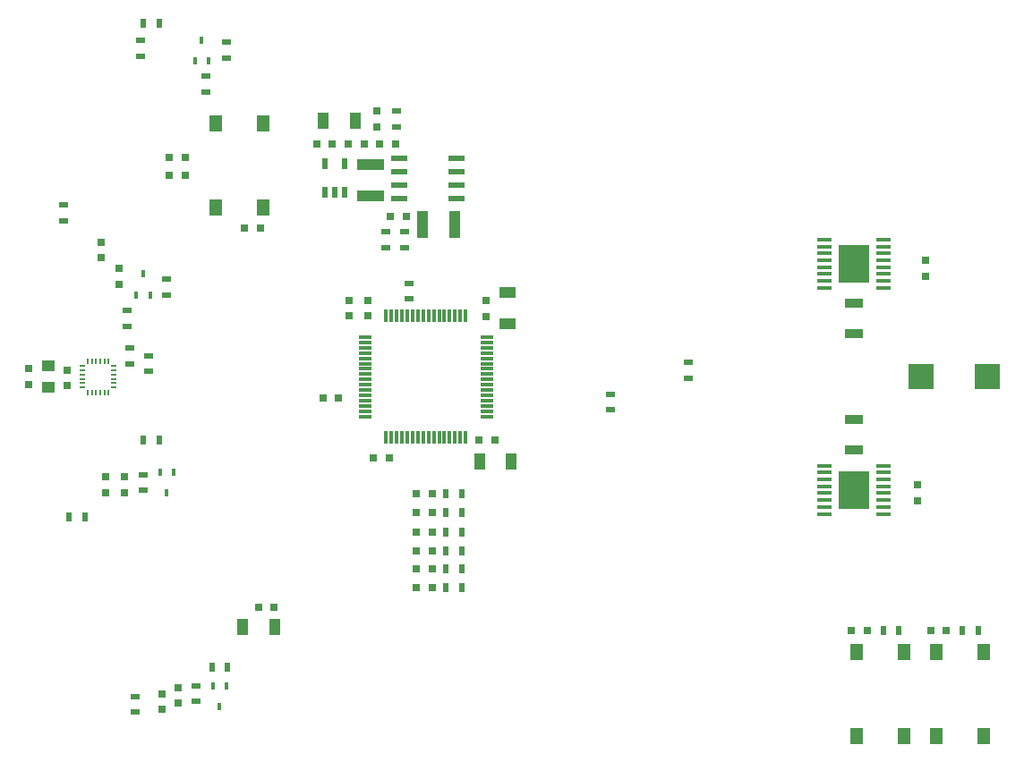
<source format=gtp>
G04 #@! TF.FileFunction,Paste,Top*
%FSLAX46Y46*%
G04 Gerber Fmt 4.6, Leading zero omitted, Abs format (unit mm)*
G04 Created by KiCad (PCBNEW 4.0.6) date 03/30/17 05:01:34*
%MOMM*%
%LPD*%
G01*
G04 APERTURE LIST*
%ADD10C,0.100000*%
%ADD11R,1.300000X1.550000*%
%ADD12R,1.700000X0.900000*%
%ADD13R,1.600000X1.000000*%
%ADD14R,1.000000X1.600000*%
%ADD15R,0.500000X0.900000*%
%ADD16R,0.900000X0.500000*%
%ADD17R,0.797560X0.797560*%
%ADD18R,0.230000X0.600000*%
%ADD19R,0.600000X0.230000*%
%ADD20R,0.300000X1.200000*%
%ADD21R,1.200000X0.300000*%
%ADD22R,2.370000X2.430000*%
%ADD23R,0.800000X0.750000*%
%ADD24R,0.750000X0.800000*%
%ADD25R,1.473200X0.355600*%
%ADD26R,2.946400X3.581400*%
%ADD27R,1.250000X1.000000*%
%ADD28R,1.000000X2.500000*%
%ADD29R,2.500000X1.000000*%
%ADD30R,0.550000X1.000000*%
%ADD31R,1.500000X0.550000*%
%ADD32R,0.450000X0.700000*%
G04 APERTURE END LIST*
D10*
G36*
X221871600Y-81001800D02*
X221871600Y-79401600D01*
X220601600Y-79401600D01*
X220601600Y-81001800D01*
X221871600Y-81001800D01*
G37*
G36*
X221871600Y-79198400D02*
X221871600Y-77598200D01*
X220601600Y-77598200D01*
X220601600Y-79198400D01*
X221871600Y-79198400D01*
G37*
G36*
X220398400Y-81001800D02*
X220398400Y-79401600D01*
X219128400Y-79401600D01*
X219128400Y-81001800D01*
X220398400Y-81001800D01*
G37*
G36*
X220398400Y-79198400D02*
X220398400Y-77598200D01*
X219128400Y-77598200D01*
X219128400Y-79198400D01*
X220398400Y-79198400D01*
G37*
G36*
X219128400Y-98998200D02*
X219128400Y-100598400D01*
X220398400Y-100598400D01*
X220398400Y-98998200D01*
X219128400Y-98998200D01*
G37*
G36*
X219128400Y-100801600D02*
X219128400Y-102401800D01*
X220398400Y-102401800D01*
X220398400Y-100801600D01*
X219128400Y-100801600D01*
G37*
G36*
X220601600Y-98998200D02*
X220601600Y-100598400D01*
X221871600Y-100598400D01*
X221871600Y-98998200D01*
X220601600Y-98998200D01*
G37*
G36*
X220601600Y-100801600D02*
X220601600Y-102401800D01*
X221871600Y-102401800D01*
X221871600Y-100801600D01*
X220601600Y-100801600D01*
G37*
D11*
X225250000Y-123975000D03*
X220750000Y-123975000D03*
X220750000Y-116025000D03*
X225250000Y-116025000D03*
D12*
X220500000Y-85950000D03*
X220500000Y-83050000D03*
X220500000Y-94050000D03*
X220500000Y-96950000D03*
D13*
X187750000Y-82000000D03*
X187750000Y-85000000D03*
D14*
X188100000Y-98000000D03*
X185100000Y-98000000D03*
X165700000Y-113700000D03*
X162700000Y-113700000D03*
X170300000Y-65800000D03*
X173300000Y-65800000D03*
D15*
X183399000Y-101085000D03*
X181899000Y-101085000D03*
X183399000Y-102885000D03*
X181899000Y-102885000D03*
X183399000Y-104685000D03*
X181899000Y-104685000D03*
D16*
X176200000Y-77750000D03*
X176200000Y-76250000D03*
X178000000Y-76250000D03*
X178000000Y-77750000D03*
X177200000Y-66350000D03*
X177200000Y-64850000D03*
D15*
X230750000Y-114000000D03*
X232250000Y-114000000D03*
X223250000Y-114000000D03*
X224750000Y-114000000D03*
D16*
X204800000Y-90150000D03*
X204800000Y-88650000D03*
X197500000Y-93150000D03*
X197500000Y-91650000D03*
X152000000Y-87250000D03*
X152000000Y-88750000D03*
X153750000Y-88000000D03*
X153750000Y-89500000D03*
X178400000Y-81150000D03*
X178400000Y-82650000D03*
D15*
X183399000Y-106485000D03*
X181899000Y-106485000D03*
X154750000Y-56500000D03*
X153250000Y-56500000D03*
D17*
X180598300Y-106485000D03*
X179099700Y-106485000D03*
X180598300Y-102885000D03*
X179099700Y-102885000D03*
X180598300Y-104685000D03*
X179099700Y-104685000D03*
X175400000Y-64850700D03*
X175400000Y-66349300D03*
X180598300Y-101085000D03*
X179099700Y-101085000D03*
D18*
X150000000Y-88500000D03*
X149600000Y-88500000D03*
X149200000Y-88500000D03*
X148800000Y-88500000D03*
X148400000Y-88500000D03*
X148000000Y-88500000D03*
D19*
X147500000Y-89000000D03*
X147500000Y-89400000D03*
X147500000Y-89800000D03*
X147500000Y-90200000D03*
X147500000Y-90600000D03*
X147500000Y-91000000D03*
D18*
X148000000Y-91500000D03*
X148400000Y-91500000D03*
X148800000Y-91500000D03*
X149200000Y-91500000D03*
X149600000Y-91500000D03*
X150000000Y-91500000D03*
D19*
X150500000Y-91000000D03*
X150500000Y-90600000D03*
X150500000Y-90200000D03*
X150500000Y-89800000D03*
X150500000Y-89400000D03*
X150500000Y-89000000D03*
D20*
X178249937Y-84249937D03*
D21*
X174249937Y-89249937D03*
X174249937Y-92749938D03*
X174249937Y-93249938D03*
X174249937Y-93749938D03*
D20*
X176249937Y-95749938D03*
X177749937Y-95749938D03*
X178249937Y-95749938D03*
X178749937Y-95749938D03*
X179249937Y-95749938D03*
D21*
X185749938Y-89749937D03*
X185749938Y-89249937D03*
X185749938Y-88749937D03*
X185749938Y-88249937D03*
X185749938Y-87749937D03*
X185749938Y-87249937D03*
D20*
X183749938Y-84249937D03*
X183249938Y-84249937D03*
X180749938Y-95749938D03*
X181249938Y-95749938D03*
X181749938Y-95749938D03*
X180749938Y-84249937D03*
X180249938Y-84249937D03*
X179749937Y-84249937D03*
X179249937Y-84249937D03*
X178749937Y-84249937D03*
X177749937Y-84249937D03*
X177249937Y-84249937D03*
X182249938Y-95749938D03*
X182749938Y-95749938D03*
D21*
X185749938Y-93749938D03*
X185749938Y-93249938D03*
X185749938Y-92749938D03*
X185749938Y-92249938D03*
X174249937Y-89749937D03*
X174249937Y-90249938D03*
X174249937Y-90749938D03*
X174249937Y-91249938D03*
D20*
X179749937Y-95749938D03*
X180249938Y-95749938D03*
D21*
X185749938Y-91749938D03*
X185749938Y-91249938D03*
X185749938Y-90749938D03*
X185749938Y-90249938D03*
D20*
X182749938Y-84249937D03*
X182249938Y-84249937D03*
X181749938Y-84249937D03*
D21*
X174249937Y-86749937D03*
X174249937Y-87249937D03*
X174249937Y-87749937D03*
D20*
X181249938Y-84249937D03*
D21*
X174249937Y-88249937D03*
X174249937Y-88749937D03*
X174249937Y-86249937D03*
D20*
X183249938Y-95749938D03*
D21*
X185749938Y-86749937D03*
X174249937Y-92249938D03*
D20*
X177249937Y-95749938D03*
X183749938Y-95749938D03*
D21*
X185749938Y-86249937D03*
D20*
X176249937Y-84249937D03*
D21*
X174249937Y-91749938D03*
D20*
X176749937Y-95749938D03*
X176749937Y-84249937D03*
D11*
X164650000Y-73975000D03*
X160150000Y-73975000D03*
X160150000Y-66025000D03*
X164650000Y-66025000D03*
X232750000Y-123975000D03*
X228250000Y-123975000D03*
X228250000Y-116025000D03*
X232750000Y-116025000D03*
D22*
X226880000Y-90000000D03*
X233120000Y-90000000D03*
D23*
X172650000Y-68000000D03*
X174150000Y-68000000D03*
X171150000Y-68000000D03*
X169650000Y-68000000D03*
X177150000Y-68000000D03*
X175650000Y-68000000D03*
X165650000Y-111800000D03*
X164150000Y-111800000D03*
D24*
X146100000Y-90850000D03*
X146100000Y-89350000D03*
X142400000Y-90750000D03*
X142400000Y-89250000D03*
X226500000Y-100250000D03*
X226500000Y-101750000D03*
X227250000Y-80500000D03*
X227250000Y-79000000D03*
D23*
X162850000Y-75900000D03*
X164350000Y-75900000D03*
X171750000Y-92000000D03*
X170250000Y-92000000D03*
D24*
X174500000Y-82750000D03*
X174500000Y-84250000D03*
X172750000Y-84250000D03*
X172750000Y-82750000D03*
D23*
X175050000Y-97700000D03*
X176550000Y-97700000D03*
X186551000Y-96012000D03*
X185051000Y-96012000D03*
D24*
X185674000Y-84316000D03*
X185674000Y-82816000D03*
D23*
X178150000Y-74800000D03*
X176650000Y-74800000D03*
D25*
X223319400Y-81575840D03*
X223319400Y-80925600D03*
X223319400Y-80275359D03*
X223319400Y-79625119D03*
X223319400Y-78974881D03*
X223319400Y-78324641D03*
X223319400Y-77674400D03*
X223319400Y-77024160D03*
X217680600Y-77024160D03*
X217680600Y-77674400D03*
X217680600Y-78324641D03*
X217680600Y-78974881D03*
X217680600Y-79625119D03*
X217680600Y-80275359D03*
X217680600Y-80925600D03*
X217680600Y-81575840D03*
D26*
X220500000Y-79300000D03*
D25*
X217680600Y-98424160D03*
X217680600Y-99074400D03*
X217680600Y-99724641D03*
X217680600Y-100374881D03*
X217680600Y-101025119D03*
X217680600Y-101675359D03*
X217680600Y-102325600D03*
X217680600Y-102975840D03*
X223319400Y-102975840D03*
X223319400Y-102325600D03*
X223319400Y-101675359D03*
X223319400Y-101025119D03*
X223319400Y-100374881D03*
X223319400Y-99724641D03*
X223319400Y-99074400D03*
X223319400Y-98424160D03*
D26*
X220500000Y-100700000D03*
D27*
X144300000Y-91000000D03*
X144300000Y-89000000D03*
D28*
X179700000Y-75600000D03*
X182700000Y-75600000D03*
D29*
X174800000Y-69900000D03*
X174800000Y-72900000D03*
D30*
X172349938Y-72550063D03*
X171399937Y-72550063D03*
X170449937Y-72550063D03*
X172349938Y-69850062D03*
X170449937Y-69850062D03*
D31*
X182900063Y-71835063D03*
X177500062Y-71835063D03*
X182900063Y-73105063D03*
X182900063Y-70565062D03*
X182900063Y-69295062D03*
X177500062Y-70565062D03*
X177500062Y-69295062D03*
X177500062Y-73105063D03*
D32*
X161150000Y-119250000D03*
X159850000Y-119250000D03*
X160500000Y-121250000D03*
X156150000Y-99000000D03*
X154850000Y-99000000D03*
X155500000Y-101000000D03*
X152600000Y-82250000D03*
X153900000Y-82250000D03*
X153250000Y-80250000D03*
X158150000Y-60100000D03*
X159450000Y-60100000D03*
X158800000Y-58100000D03*
D16*
X153000000Y-59650000D03*
X153000000Y-58150000D03*
X145750000Y-75250000D03*
X145750000Y-73750000D03*
D15*
X146250000Y-103250000D03*
X147750000Y-103250000D03*
D16*
X152500000Y-120250000D03*
X152500000Y-121750000D03*
X159200000Y-63050000D03*
X159200000Y-61550000D03*
X161100000Y-59850000D03*
X161100000Y-58350000D03*
X151750000Y-85250000D03*
X151750000Y-83750000D03*
X155500000Y-82250000D03*
X155500000Y-80750000D03*
D15*
X153250000Y-96000000D03*
X154750000Y-96000000D03*
D16*
X153250000Y-99250000D03*
X153250000Y-100750000D03*
D15*
X159750000Y-117500000D03*
X161250000Y-117500000D03*
D16*
X158250000Y-119250000D03*
X158250000Y-120750000D03*
D23*
X229250000Y-114000000D03*
X227750000Y-114000000D03*
X221750000Y-114000000D03*
X220250000Y-114000000D03*
X155750000Y-70900000D03*
X157250000Y-70900000D03*
X155750000Y-69250000D03*
X157250000Y-69250000D03*
D24*
X151000000Y-81250000D03*
X151000000Y-79750000D03*
X149250000Y-78750000D03*
X149250000Y-77250000D03*
X151500000Y-99500000D03*
X151500000Y-101000000D03*
X149750000Y-99500000D03*
X149750000Y-101000000D03*
X156600000Y-119400000D03*
X156600000Y-120900000D03*
X155000000Y-120000000D03*
X155000000Y-121500000D03*
D17*
X180581300Y-108204000D03*
X179082700Y-108204000D03*
X180581300Y-109982000D03*
X179082700Y-109982000D03*
D15*
X183376000Y-108204000D03*
X181876000Y-108204000D03*
X183376000Y-109982000D03*
X181876000Y-109982000D03*
M02*

</source>
